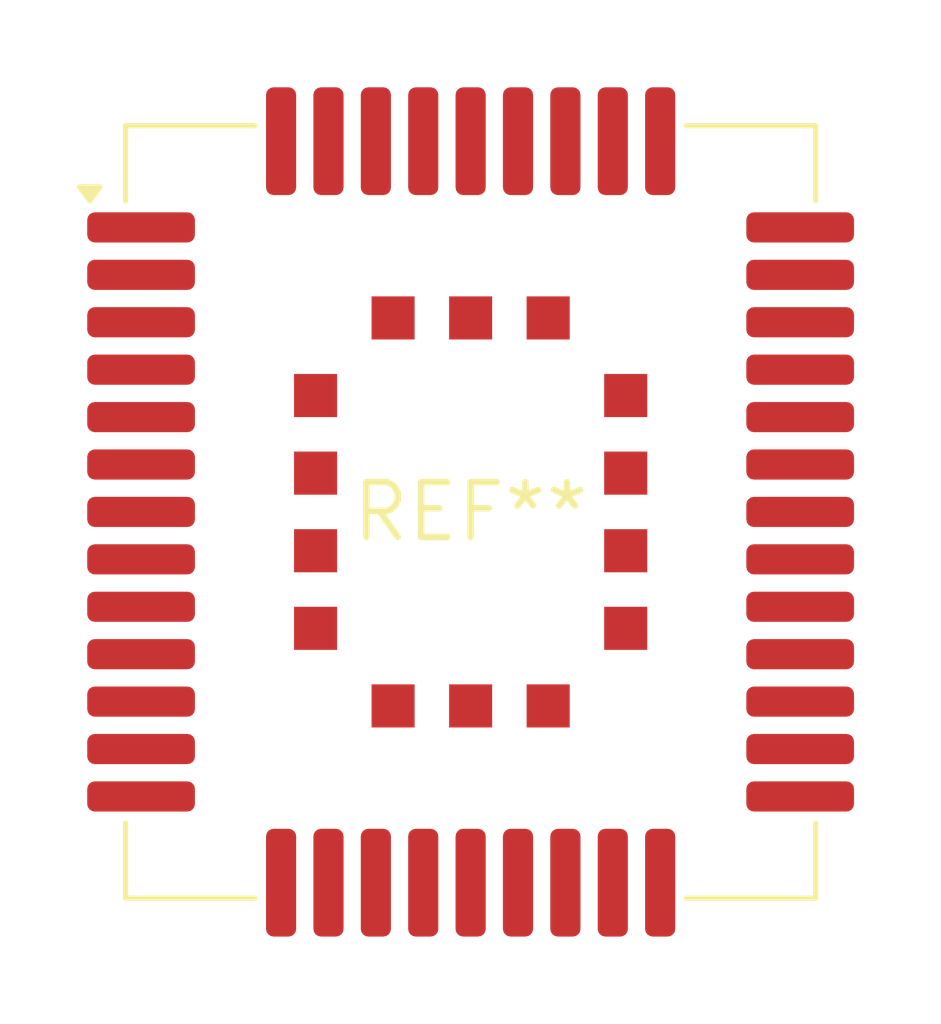
<source format=kicad_pcb>
(kicad_pcb (version 20240108) (generator pcbnew)
  (layers (0 "F.Cu" signal) (31 "B.Cu" signal) (34 "B.Paste" user) (35 "F.Paste" user) (36 "B.SilkS" user "B.Silkscreen") (37 "F.SilkS" user "F.Silkscreen") (38 "B.Mask" user) (39 "F.Mask" user) (44 "Edge.Cuts" user))
  (net 0 "")
  (footprint "Quectel_BC66" (layer "F.Cu") (at 0 0)
    (property "Reference" "REF**")
    (property "Value" "Quectel_BC66")
    (fp_line (start -8.01 -8.96) (end -8.01 -7.21) (layer "F.SilkS") (stroke (width 0.12)))
    (fp_line (start -8.01 -8.96) (end -5.01 -8.96) (layer "F.SilkS") (stroke (width 0.12)))
    (fp_line (start -8.01 7.21) (end -8.01 8.96) (layer "F.SilkS") (stroke (width 0.12)))
    (fp_line (start -8.01 8.96) (end -5.01 8.96) (layer "F.SilkS") (stroke (width 0.12)))
    (fp_line (start 5.01 -8.96) (end 8.01 -8.96) (layer "F.SilkS") (stroke (width 0.12)))
    (fp_line (start 5.01 8.96) (end 8.01 8.96) (layer "F.SilkS") (stroke (width 0.12)))
    (fp_line (start 8.01 -8.96) (end 8.01 -7.21) (layer "F.SilkS") (stroke (width 0.12)))
    (fp_line (start 8.01 7.21) (end 8.01 8.96) (layer "F.SilkS") (stroke (width 0.12)))
    (fp_poly (pts (xy -8.84 -7.21) (xy -9.08 -7.54) (xy -8.6 -7.54) (xy -8.84 -7.21)) (layer "F.SilkS") (stroke (width 0.12)) (fill solid))
    (pad "1" smd roundrect (at -7.65 -6.6) (size 2.5 0.7) (layers "F.Cu" "F.Mask"))
    (pad "2" smd roundrect (at -7.65 -5.5) (size 2.5 0.7) (layers "F.Cu" "F.Mask"))
    (pad "3" smd roundrect (at -7.65 -4.4) (size 2.5 0.7) (layers "F.Cu" "F.Mask"))
    (pad "4" smd roundrect (at -7.65 -3.3) (size 2.5 0.7) (layers "F.Cu" "F.Mask"))
    (pad "5" smd roundrect (at -7.65 -2.2) (size 2.5 0.7) (layers "F.Cu" "F.Mask"))
    (pad "6" smd roundrect (at -7.65 -1.1) (size 2.5 0.7) (layers "F.Cu" "F.Mask"))
    (pad "7" smd roundrect (at -7.65 0) (size 2.5 0.7) (layers "F.Cu" "F.Mask"))
    (pad "8" smd roundrect (at -7.65 1.1) (size 2.5 0.7) (layers "F.Cu" "F.Mask"))
    (pad "9" smd roundrect (at -7.65 2.2) (size 2.5 0.7) (layers "F.Cu" "F.Mask"))
    (pad "10" smd roundrect (at -7.65 3.3) (size 2.5 0.7) (layers "F.Cu" "F.Mask"))
    (pad "11" smd roundrect (at -7.65 4.4) (size 2.5 0.7) (layers "F.Cu" "F.Mask"))
    (pad "12" smd roundrect (at -7.65 5.5) (size 2.5 0.7) (layers "F.Cu" "F.Mask"))
    (pad "13" smd roundrect (at -7.65 6.6) (size 2.5 0.7) (layers "F.Cu" "F.Mask"))
    (pad "14" smd roundrect (at -4.4 8.6 90) (size 2.5 0.7) (layers "F.Cu" "F.Mask"))
    (pad "15" smd roundrect (at -3.3 8.6 90) (size 2.5 0.7) (layers "F.Cu" "F.Mask"))
    (pad "16" smd roundrect (at -2.2 8.6 90) (size 2.5 0.7) (layers "F.Cu" "F.Mask"))
    (pad "17" smd roundrect (at -1.1 8.6 90) (size 2.5 0.7) (layers "F.Cu" "F.Mask"))
    (pad "18" smd roundrect (at 0 8.6 90) (size 2.5 0.7) (layers "F.Cu" "F.Mask"))
    (pad "19" smd roundrect (at 1.1 8.6 90) (size 2.5 0.7) (layers "F.Cu" "F.Mask"))
    (pad "20" smd roundrect (at 2.2 8.6 90) (size 2.5 0.7) (layers "F.Cu" "F.Mask"))
    (pad "21" smd roundrect (at 3.3 8.6 90) (size 2.5 0.7) (layers "F.Cu" "F.Mask"))
    (pad "22" smd roundrect (at 4.4 8.6 90) (size 2.5 0.7) (layers "F.Cu" "F.Mask"))
    (pad "23" smd roundrect (at 7.65 6.6) (size 2.5 0.7) (layers "F.Cu" "F.Mask"))
    (pad "24" smd roundrect (at 7.65 5.5) (size 2.5 0.7) (layers "F.Cu" "F.Mask"))
    (pad "25" smd roundrect (at 7.65 4.4) (size 2.5 0.7) (layers "F.Cu" "F.Mask"))
    (pad "26" smd roundrect (at 7.65 3.3) (size 2.5 0.7) (layers "F.Cu" "F.Mask"))
    (pad "27" smd roundrect (at 7.65 2.2) (size 2.5 0.7) (layers "F.Cu" "F.Mask"))
    (pad "28" smd roundrect (at 7.65 1.1) (size 2.5 0.7) (layers "F.Cu" "F.Mask"))
    (pad "29" smd roundrect (at 7.65 0) (size 2.5 0.7) (layers "F.Cu" "F.Mask"))
    (pad "30" smd roundrect (at 7.65 -1.1) (size 2.5 0.7) (layers "F.Cu" "F.Mask"))
    (pad "31" smd roundrect (at 7.65 -2.2) (size 2.5 0.7) (layers "F.Cu" "F.Mask"))
    (pad "32" smd roundrect (at 7.65 -3.3) (size 2.5 0.7) (layers "F.Cu" "F.Mask"))
    (pad "33" smd roundrect (at 7.65 -4.4) (size 2.5 0.7) (layers "F.Cu" "F.Mask"))
    (pad "34" smd roundrect (at 7.65 -5.5) (size 2.5 0.7) (layers "F.Cu" "F.Mask"))
    (pad "35" smd roundrect (at 7.65 -6.6) (size 2.5 0.7) (layers "F.Cu" "F.Mask"))
    (pad "36" smd roundrect (at 4.4 -8.6 270) (size 2.5 0.7) (layers "F.Cu" "F.Mask"))
    (pad "37" smd roundrect (at 3.3 -8.6 270) (size 2.5 0.7) (layers "F.Cu" "F.Mask"))
    (pad "38" smd roundrect (at 2.2 -8.6 270) (size 2.5 0.7) (layers "F.Cu" "F.Mask"))
    (pad "39" smd roundrect (at 1.1 -8.6 270) (size 2.5 0.7) (layers "F.Cu" "F.Mask"))
    (pad "40" smd roundrect (at 0 -8.6 270) (size 2.5 0.7) (layers "F.Cu" "F.Mask"))
    (pad "41" smd roundrect (at -1.1 -8.6 270) (size 2.5 0.7) (layers "F.Cu" "F.Mask"))
    (pad "42" smd roundrect (at -2.2 -8.6 270) (size 2.5 0.7) (layers "F.Cu" "F.Mask"))
    (pad "43" smd roundrect (at -3.3 -8.6 270) (size 2.5 0.7) (layers "F.Cu" "F.Mask"))
    (pad "44" smd roundrect (at -4.4 -8.6 270) (size 2.5 0.7) (layers "F.Cu" "F.Mask"))
    (pad "45" smd rect (at -3.6 -2.7) (size 1 1) (layers "F.Cu" "F.Mask"))
    (pad "46" smd rect (at -3.6 -0.9) (size 1 1) (layers "F.Cu" "F.Mask"))
    (pad "47" smd rect (at -3.6 0.9) (size 1 1) (layers "F.Cu" "F.Mask"))
    (pad "48" smd rect (at -3.6 2.7) (size 1 1) (layers "F.Cu" "F.Mask"))
    (pad "49" smd rect (at -1.8 4.5) (size 1 1) (layers "F.Cu" "F.Mask"))
    (pad "50" smd rect (at 0 4.5) (size 1 1) (layers "F.Cu" "F.Mask"))
    (pad "51" smd rect (at 1.8 4.5) (size 1 1) (layers "F.Cu" "F.Mask"))
    (pad "52" smd rect (at 3.6 2.7) (size 1 1) (layers "F.Cu" "F.Mask"))
    (pad "53" smd rect (at 3.6 0.9) (size 1 1) (layers "F.Cu" "F.Mask"))
    (pad "54" smd rect (at 3.6 -0.9) (size 1 1) (layers "F.Cu" "F.Mask"))
    (pad "55" smd rect (at 3.6 -2.7) (size 1 1) (layers "F.Cu" "F.Mask"))
    (pad "56" smd rect (at 1.8 -4.5) (size 1 1) (layers "F.Cu" "F.Mask"))
    (pad "57" smd rect (at 0 -4.5) (size 1 1) (layers "F.Cu" "F.Mask"))
    (pad "58" smd rect (at -1.8 -4.5) (size 1 1) (layers "F.Cu" "F.Mask"))
  )
)
</source>
